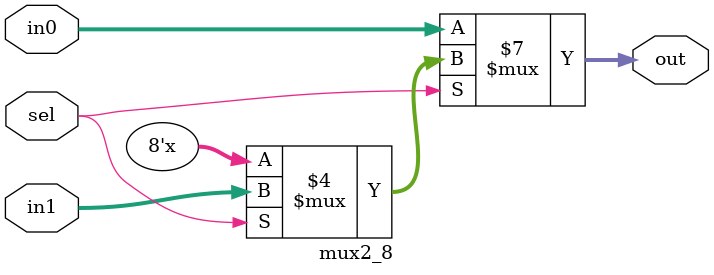
<source format=v>
`timescale  1ns/1ns
module mux2_8(in0, in1, sel, out);
	input [7:0] in0, in1;
	input sel;
	output [7:0] out;	 
	
	reg [7:0] out;
	
	always @(in0 or in1 or sel)
		#2
		if (sel == 0)
			out <= in0;
		else if (sel == 1) 
			out <= in1;
			
endmodule
		
</source>
